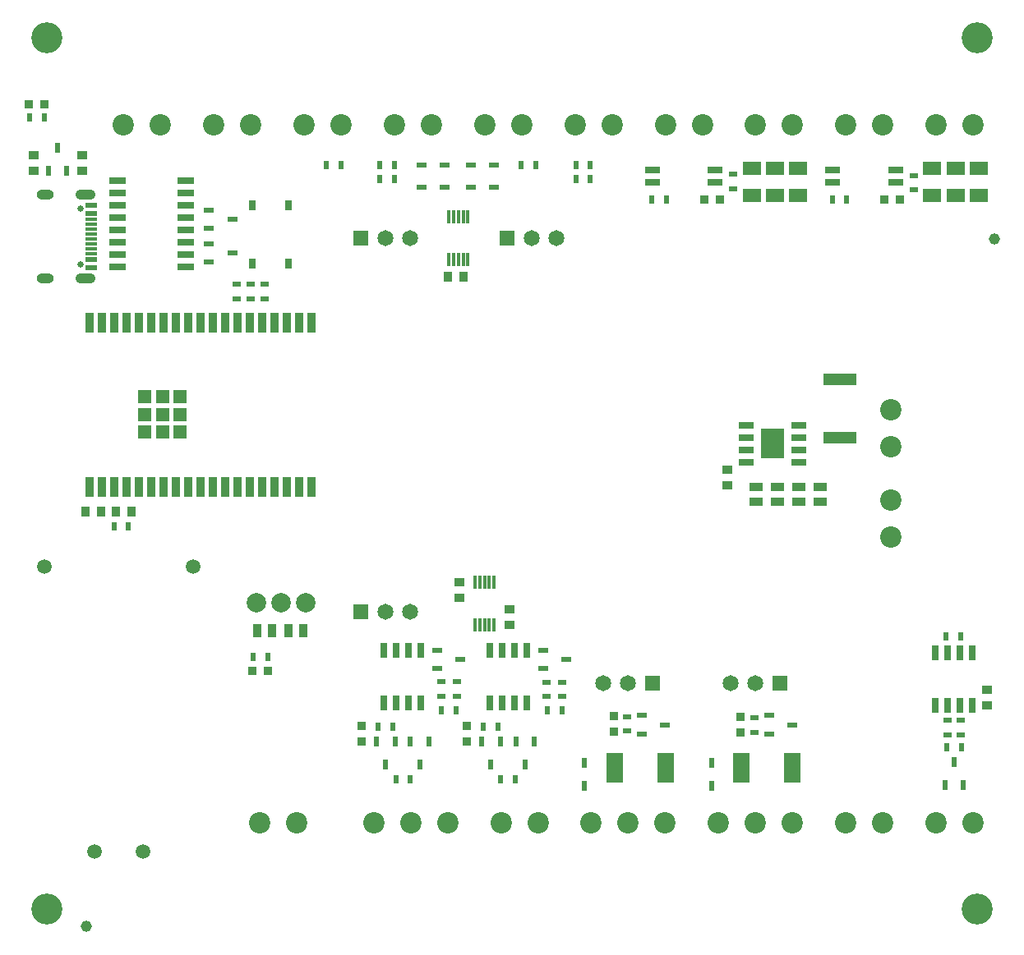
<source format=gbr>
%TF.GenerationSoftware,Altium Limited,Altium Designer,21.9.2 (33)*%
G04 Layer_Color=255*
%FSLAX45Y45*%
%MOMM*%
%TF.SameCoordinates,9F934031-F859-43C4-9D29-15814C5376A4*%
%TF.FilePolarity,Positive*%
%TF.FileFunction,Pads,Top*%
%TF.Part,Single*%
G01*
G75*
%TA.AperFunction,SMDPad,CuDef*%
%ADD10R,0.95000X1.00000*%
%ADD11R,0.30000X1.40000*%
%ADD12R,1.00000X0.50000*%
%ADD13R,0.60000X0.90000*%
%ADD14R,1.55000X0.65000*%
%ADD15R,0.85000X0.95000*%
%ADD16R,0.90000X0.60000*%
%ADD17R,1.85497X1.36393*%
%ADD18R,0.75000X1.00000*%
%ADD19R,1.05000X0.60000*%
%ADD20R,0.60000X1.05000*%
%ADD21R,1.00000X0.95000*%
%ADD22R,1.77500X0.70000*%
%ADD23R,1.15000X0.30000*%
%ADD24R,1.15000X0.60000*%
%TA.AperFunction,BGAPad,CuDef*%
%ADD25R,1.33000X1.33000*%
%TA.AperFunction,ConnectorPad*%
%ADD26R,0.90000X2.00000*%
%TA.AperFunction,SMDPad,CuDef*%
%ADD27R,3.35000X1.25000*%
%ADD28R,2.40000X3.10000*%
%ADD29R,1.52500X0.65000*%
%ADD30R,1.35000X0.95000*%
%ADD31R,0.65000X1.50000*%
%ADD32R,0.95000X0.85000*%
%ADD33R,1.78000X3.15000*%
%ADD34R,0.50000X1.00000*%
%ADD35R,0.95000X1.35000*%
%TA.AperFunction,WasherPad*%
%ADD45C,1.15200*%
%TA.AperFunction,ComponentPad*%
%ADD46R,1.65000X1.65000*%
%ADD47C,1.65000*%
%ADD48C,2.20000*%
%ADD49C,0.65000*%
%ADD50O,2.10000X1.05000*%
%ADD51O,1.80000X1.00000*%
%ADD52C,2.00000*%
%ADD53C,1.50000*%
%TA.AperFunction,WasherPad*%
%ADD54C,3.20000*%
D10*
X-3878000Y1061000D02*
D03*
X-4038000D02*
D03*
X-7458000Y-1359000D02*
D03*
X-7298000D02*
D03*
X-7608000Y-1360400D02*
D03*
X-7768000D02*
D03*
D11*
X-3830000Y1241000D02*
D03*
X-3880000D02*
D03*
X-3930000D02*
D03*
X-3980000D02*
D03*
X-4030000D02*
D03*
Y1681000D02*
D03*
X-3980000D02*
D03*
X-3930000D02*
D03*
X-3880000D02*
D03*
X-3830000D02*
D03*
X-3760000Y-2529000D02*
D03*
X-3710000D02*
D03*
X-3660000D02*
D03*
X-3610000D02*
D03*
X-3560000D02*
D03*
Y-2089000D02*
D03*
X-3610000D02*
D03*
X-3660000D02*
D03*
X-3710000D02*
D03*
X-3760000D02*
D03*
D12*
X-3560000Y2211000D02*
D03*
X-3800000D02*
D03*
Y1981000D02*
D03*
X-3560000D02*
D03*
X-4310000Y2211000D02*
D03*
X-4070000D02*
D03*
Y1981000D02*
D03*
X-4310000D02*
D03*
D13*
X-3280000Y2211000D02*
D03*
X-3130000D02*
D03*
X-2570000D02*
D03*
X-2720000D02*
D03*
Y2071000D02*
D03*
X-2570000D02*
D03*
X-1788000Y1861000D02*
D03*
X-1938000D02*
D03*
X72000D02*
D03*
X-78000D02*
D03*
X-4740000Y2071000D02*
D03*
X-4590000D02*
D03*
Y2211000D02*
D03*
X-4740000D02*
D03*
X-5140000D02*
D03*
X-5290000D02*
D03*
X-8198000Y2701000D02*
D03*
X-8348000D02*
D03*
X1095000Y-2649000D02*
D03*
X1245000D02*
D03*
X1255000Y-3789000D02*
D03*
X1105000D02*
D03*
X-2863000Y-3409000D02*
D03*
X-3013000D02*
D03*
X-3953000D02*
D03*
X-4103000D02*
D03*
X-3525000Y-3579000D02*
D03*
X-3675000D02*
D03*
X-3493000Y-4119000D02*
D03*
X-3343000D02*
D03*
X-4605000Y-3579000D02*
D03*
X-4755000D02*
D03*
X-4423000Y-4119000D02*
D03*
X-4573000D02*
D03*
X-5895000Y-2859000D02*
D03*
X-6045000D02*
D03*
X-7478000Y-1509000D02*
D03*
X-7328000D02*
D03*
D14*
X-1283000Y2037500D02*
D03*
Y2164500D02*
D03*
X-1933000D02*
D03*
Y2037500D02*
D03*
X577000D02*
D03*
Y2164500D02*
D03*
X-73001D02*
D03*
Y2037500D02*
D03*
D15*
X-1238000Y1861000D02*
D03*
X-1398000D02*
D03*
X462000D02*
D03*
X622000D02*
D03*
X-8358000Y2841000D02*
D03*
X-8198000D02*
D03*
X-5890000Y-2999000D02*
D03*
X-6050000D02*
D03*
D16*
X-1098000Y2116000D02*
D03*
Y1966000D02*
D03*
X762000Y2106000D02*
D03*
Y1956000D02*
D03*
X-6070000Y981000D02*
D03*
Y831000D02*
D03*
X-5927000Y981000D02*
D03*
Y831000D02*
D03*
X-6217000Y981000D02*
D03*
Y831000D02*
D03*
X1250000Y-3659000D02*
D03*
Y-3509000D02*
D03*
X1110000Y-3659000D02*
D03*
Y-3509000D02*
D03*
X-880000Y-3484000D02*
D03*
Y-3634000D02*
D03*
X-2190000Y-3474000D02*
D03*
Y-3624000D02*
D03*
X-2858000Y-3269000D02*
D03*
Y-3119000D02*
D03*
X-3018001D02*
D03*
Y-3269000D02*
D03*
X-3948000Y-3264000D02*
D03*
Y-3114000D02*
D03*
X-4108000Y-3114000D02*
D03*
Y-3264000D02*
D03*
D17*
X-908000Y1902343D02*
D03*
Y2181448D02*
D03*
X-668000Y1902343D02*
D03*
Y2181448D02*
D03*
X-428000Y1901895D02*
D03*
Y2181000D02*
D03*
X952000Y1901447D02*
D03*
Y2180552D02*
D03*
X1192000Y1901895D02*
D03*
Y2181000D02*
D03*
X1432000Y1901447D02*
D03*
Y2180552D02*
D03*
D18*
X-5680500Y1801000D02*
D03*
Y1201000D02*
D03*
X-6055500Y1801000D02*
D03*
Y1201000D02*
D03*
D19*
X-6258000Y1306000D02*
D03*
X-6498000Y1211000D02*
D03*
Y1401000D02*
D03*
X-6258000Y1656000D02*
D03*
X-6498000Y1561000D02*
D03*
Y1751000D02*
D03*
X-490000Y-3559000D02*
D03*
X-730000Y-3654000D02*
D03*
Y-3464000D02*
D03*
X-1800000Y-3559000D02*
D03*
X-2040000Y-3654000D02*
D03*
Y-3464000D02*
D03*
X-4148000Y-2789000D02*
D03*
Y-2979000D02*
D03*
X-3908000Y-2884000D02*
D03*
X-3058000Y-2789000D02*
D03*
Y-2979000D02*
D03*
X-2818000Y-2884000D02*
D03*
D20*
X-8058000Y2391000D02*
D03*
X-7963000Y2151000D02*
D03*
X-8153000D02*
D03*
X1085000Y-4179000D02*
D03*
X1275000D02*
D03*
X1180000Y-3939000D02*
D03*
X-3243000Y-3969000D02*
D03*
X-3338000Y-3729000D02*
D03*
X-3148000D02*
D03*
X-3593000Y-3969000D02*
D03*
X-3688000Y-3729000D02*
D03*
X-3498000D02*
D03*
X-4583000Y-3729000D02*
D03*
X-4773000D02*
D03*
X-4678000Y-3969000D02*
D03*
X-4233000Y-3729000D02*
D03*
X-4423000D02*
D03*
X-4328000Y-3969000D02*
D03*
D21*
X-8308000Y2151000D02*
D03*
Y2311000D02*
D03*
X-7808000D02*
D03*
Y2151000D02*
D03*
X-1160000Y-1090000D02*
D03*
Y-930000D02*
D03*
X1520000Y-3359000D02*
D03*
Y-3199000D02*
D03*
X-3920000Y-2089000D02*
D03*
Y-2249000D02*
D03*
X-3400000Y-2529000D02*
D03*
Y-2369000D02*
D03*
D22*
X-6734200Y2052500D02*
D03*
Y1925500D02*
D03*
Y1798500D02*
D03*
Y1671500D02*
D03*
Y1544500D02*
D03*
Y1417500D02*
D03*
Y1290500D02*
D03*
Y1163500D02*
D03*
X-7441800D02*
D03*
Y1290500D02*
D03*
Y1417500D02*
D03*
Y1544500D02*
D03*
Y1671500D02*
D03*
Y1798500D02*
D03*
Y1925500D02*
D03*
Y2052500D02*
D03*
D23*
X-7714300Y1652500D02*
D03*
Y1602500D02*
D03*
Y1552500D02*
D03*
Y1302500D02*
D03*
Y1352500D02*
D03*
Y1402500D02*
D03*
Y1502500D02*
D03*
Y1452500D02*
D03*
D24*
Y1237500D02*
D03*
Y1717500D02*
D03*
Y1157500D02*
D03*
Y1797500D02*
D03*
D25*
X-6794500Y-542500D02*
D03*
X-6978000D02*
D03*
X-7161500D02*
D03*
Y-359000D02*
D03*
Y-175500D02*
D03*
X-6978000D02*
D03*
X-6794500D02*
D03*
Y-359000D02*
D03*
X-6978000D02*
D03*
D26*
X-7728000Y591000D02*
D03*
X-7601000D02*
D03*
X-7474000D02*
D03*
X-7347000D02*
D03*
X-7220000D02*
D03*
X-7093000D02*
D03*
X-6966000D02*
D03*
X-6839000D02*
D03*
X-6712000D02*
D03*
X-6585000D02*
D03*
X-6458000D02*
D03*
X-6331000D02*
D03*
X-6204000D02*
D03*
X-6077000D02*
D03*
X-5950000D02*
D03*
X-5823000D02*
D03*
X-5696000D02*
D03*
X-5569000D02*
D03*
X-5442000D02*
D03*
Y-1109000D02*
D03*
X-5569000D02*
D03*
X-5696000D02*
D03*
X-5823000D02*
D03*
X-5950000D02*
D03*
X-6077000D02*
D03*
X-6204000D02*
D03*
X-6331000D02*
D03*
X-6458000D02*
D03*
X-6585000D02*
D03*
X-6712000D02*
D03*
X-6839000D02*
D03*
X-6966000D02*
D03*
X-7093000D02*
D03*
X-7220000D02*
D03*
X-7347000D02*
D03*
X-7474000D02*
D03*
X-7601000D02*
D03*
X-7728000D02*
D03*
D27*
X0Y-600000D02*
D03*
Y0D02*
D03*
D28*
X-694000Y-659000D02*
D03*
D29*
X-422800Y-468500D02*
D03*
Y-595500D02*
D03*
Y-722500D02*
D03*
Y-849500D02*
D03*
X-965200D02*
D03*
Y-722500D02*
D03*
Y-595500D02*
D03*
Y-468500D02*
D03*
D30*
X-204000Y-1259000D02*
D03*
Y-1109000D02*
D03*
X-424000D02*
D03*
Y-1259000D02*
D03*
X-644000D02*
D03*
Y-1109000D02*
D03*
X-864000D02*
D03*
Y-1259000D02*
D03*
D31*
X1367000Y-2819000D02*
D03*
X1240000D02*
D03*
X1113000D02*
D03*
X986000D02*
D03*
Y-3359000D02*
D03*
X1113000D02*
D03*
X1240000D02*
D03*
X1367000D02*
D03*
X-3227000Y-2789000D02*
D03*
X-3354000D02*
D03*
X-3481000D02*
D03*
X-3608000D02*
D03*
Y-3329000D02*
D03*
X-3481000D02*
D03*
X-3354000D02*
D03*
X-3227000D02*
D03*
X-4317500Y-2789000D02*
D03*
X-4444500D02*
D03*
X-4571500D02*
D03*
X-4698500D02*
D03*
Y-3329000D02*
D03*
X-4571500D02*
D03*
X-4444500D02*
D03*
X-4317500D02*
D03*
D32*
X-1020000Y-3639000D02*
D03*
Y-3479000D02*
D03*
X-2330000Y-3469000D02*
D03*
Y-3629000D02*
D03*
X-3840000Y-3569000D02*
D03*
Y-3729000D02*
D03*
X-4930000D02*
D03*
Y-3569000D02*
D03*
D33*
X-488500Y-3999000D02*
D03*
X-1011500D02*
D03*
X-1797000D02*
D03*
X-2320000D02*
D03*
D34*
X-1320000Y-4189000D02*
D03*
Y-3949000D02*
D03*
X-2628500Y-4189000D02*
D03*
Y-3949000D02*
D03*
D35*
X-5680000Y-2589000D02*
D03*
X-5530000D02*
D03*
X-6000000D02*
D03*
X-5850000D02*
D03*
D45*
X-7760000Y-5640000D02*
D03*
X1590000Y1450000D02*
D03*
D46*
X-616000Y-3130000D02*
D03*
X-3430000Y1461000D02*
D03*
X-1926000Y-3130000D02*
D03*
X-4938000Y-2389000D02*
D03*
Y1461000D02*
D03*
D47*
X-1124000Y-3130000D02*
D03*
X-870000D02*
D03*
X-3176000Y1461000D02*
D03*
X-2922000D02*
D03*
X-2434000Y-3130000D02*
D03*
X-2180000D02*
D03*
X-4684000Y-2389000D02*
D03*
X-4430000D02*
D03*
X-4684000Y1461000D02*
D03*
X-4430000D02*
D03*
D48*
X993000Y2631000D02*
D03*
X1374000D02*
D03*
X63000D02*
D03*
X444000D02*
D03*
X-867000D02*
D03*
X-486000D02*
D03*
X-3658000D02*
D03*
X-3277000D02*
D03*
X-4588000D02*
D03*
X-4207000D02*
D03*
X-1797000D02*
D03*
X-1416000D02*
D03*
X-2727000D02*
D03*
X-2346000D02*
D03*
X-5518000D02*
D03*
X-5137000D02*
D03*
X-6068000D02*
D03*
X-6449000D02*
D03*
X-6998000D02*
D03*
X-7379000D02*
D03*
X522000Y-690000D02*
D03*
Y-309000D02*
D03*
Y-1621000D02*
D03*
Y-1240000D02*
D03*
X-1251000Y-4569000D02*
D03*
X-870000D02*
D03*
X-489000D02*
D03*
X-2560000D02*
D03*
X-2179000D02*
D03*
X-1798000D02*
D03*
X-5598000D02*
D03*
X-5979000D02*
D03*
X1371000D02*
D03*
X990000D02*
D03*
X441497D02*
D03*
X60497D02*
D03*
X-4800000D02*
D03*
X-4419000D02*
D03*
X-4038000D02*
D03*
X-3108503D02*
D03*
X-3489503D02*
D03*
D49*
X-7821800Y1766500D02*
D03*
Y1188500D02*
D03*
D50*
X-7771800Y1045500D02*
D03*
Y1909500D02*
D03*
D51*
X-8189800Y1045500D02*
D03*
Y1909500D02*
D03*
D52*
X-6014000Y-2299000D02*
D03*
X-5760000D02*
D03*
X-5506000D02*
D03*
D53*
X-6658000Y-1929000D02*
D03*
X-8198000D02*
D03*
X-7178000Y-4869000D02*
D03*
X-7678000D02*
D03*
D54*
X1412000Y-5459000D02*
D03*
Y3521000D02*
D03*
X-8168000D02*
D03*
Y-5459000D02*
D03*
%TF.MD5,f309a8907b29b36820fec1995fc10ab2*%
M02*

</source>
